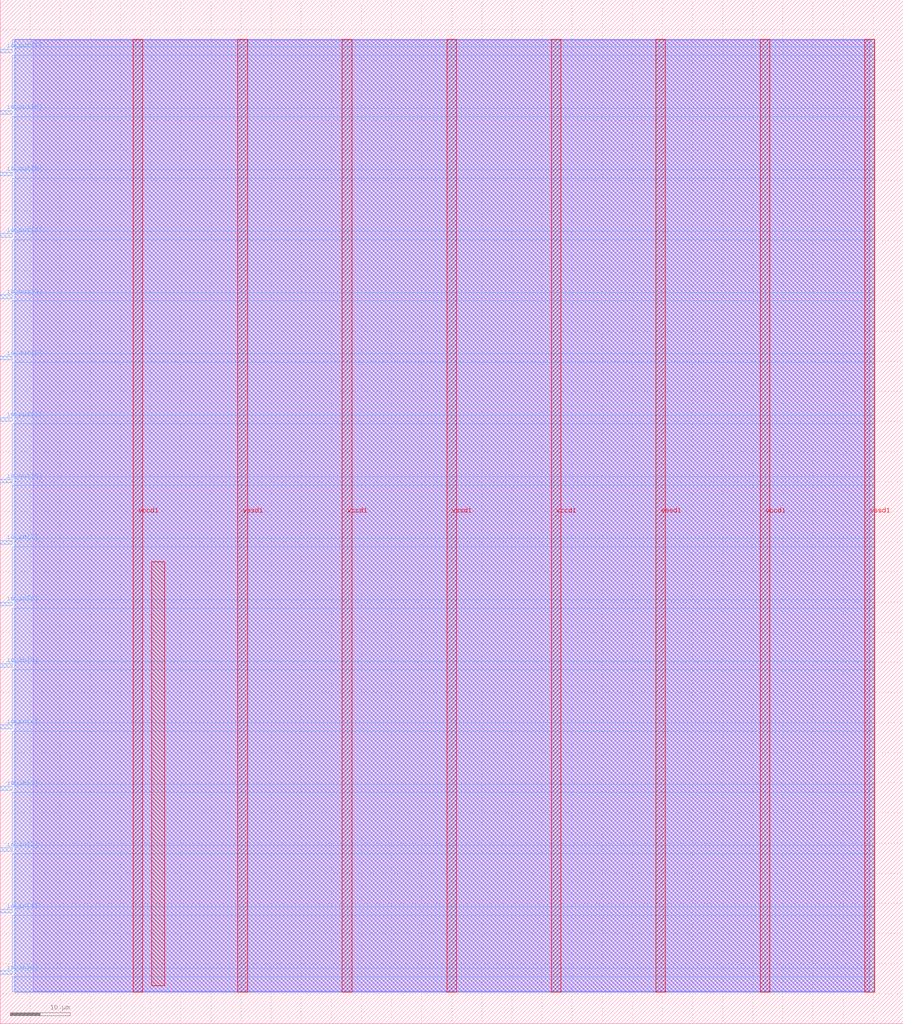
<source format=lef>
VERSION 5.7 ;
  NOWIREEXTENSIONATPIN ON ;
  DIVIDERCHAR "/" ;
  BUSBITCHARS "[]" ;
MACRO user_module_skylersaleh
  CLASS BLOCK ;
  FOREIGN user_module_skylersaleh ;
  ORIGIN 0.000 0.000 ;
  SIZE 150.000 BY 170.000 ;
  PIN io_in[0]
    DIRECTION INPUT ;
    USE SIGNAL ;
    PORT
      LAYER met3 ;
        RECT 0.000 8.200 2.000 8.800 ;
    END
  END io_in[0]
  PIN io_in[1]
    DIRECTION INPUT ;
    USE SIGNAL ;
    PORT
      LAYER met3 ;
        RECT 0.000 18.400 2.000 19.000 ;
    END
  END io_in[1]
  PIN io_in[2]
    DIRECTION INPUT ;
    USE SIGNAL ;
    PORT
      LAYER met3 ;
        RECT 0.000 28.600 2.000 29.200 ;
    END
  END io_in[2]
  PIN io_in[3]
    DIRECTION INPUT ;
    USE SIGNAL ;
    PORT
      LAYER met3 ;
        RECT 0.000 38.800 2.000 39.400 ;
    END
  END io_in[3]
  PIN io_in[4]
    DIRECTION INPUT ;
    USE SIGNAL ;
    PORT
      LAYER met3 ;
        RECT 0.000 49.000 2.000 49.600 ;
    END
  END io_in[4]
  PIN io_in[5]
    DIRECTION INPUT ;
    USE SIGNAL ;
    PORT
      LAYER met3 ;
        RECT 0.000 59.200 2.000 59.800 ;
    END
  END io_in[5]
  PIN io_in[6]
    DIRECTION INPUT ;
    USE SIGNAL ;
    PORT
      LAYER met3 ;
        RECT 0.000 69.400 2.000 70.000 ;
    END
  END io_in[6]
  PIN io_in[7]
    DIRECTION INPUT ;
    USE SIGNAL ;
    PORT
      LAYER met3 ;
        RECT 0.000 79.600 2.000 80.200 ;
    END
  END io_in[7]
  PIN io_out[0]
    DIRECTION OUTPUT TRISTATE ;
    USE SIGNAL ;
    PORT
      LAYER met3 ;
        RECT 0.000 89.800 2.000 90.400 ;
    END
  END io_out[0]
  PIN io_out[1]
    DIRECTION OUTPUT TRISTATE ;
    USE SIGNAL ;
    PORT
      LAYER met3 ;
        RECT 0.000 100.000 2.000 100.600 ;
    END
  END io_out[1]
  PIN io_out[2]
    DIRECTION OUTPUT TRISTATE ;
    USE SIGNAL ;
    PORT
      LAYER met3 ;
        RECT 0.000 110.200 2.000 110.800 ;
    END
  END io_out[2]
  PIN io_out[3]
    DIRECTION OUTPUT TRISTATE ;
    USE SIGNAL ;
    PORT
      LAYER met3 ;
        RECT 0.000 120.400 2.000 121.000 ;
    END
  END io_out[3]
  PIN io_out[4]
    DIRECTION OUTPUT TRISTATE ;
    USE SIGNAL ;
    PORT
      LAYER met3 ;
        RECT 0.000 130.600 2.000 131.200 ;
    END
  END io_out[4]
  PIN io_out[5]
    DIRECTION OUTPUT TRISTATE ;
    USE SIGNAL ;
    PORT
      LAYER met3 ;
        RECT 0.000 140.800 2.000 141.400 ;
    END
  END io_out[5]
  PIN io_out[6]
    DIRECTION OUTPUT TRISTATE ;
    USE SIGNAL ;
    PORT
      LAYER met3 ;
        RECT 0.000 151.000 2.000 151.600 ;
    END
  END io_out[6]
  PIN io_out[7]
    DIRECTION OUTPUT TRISTATE ;
    USE SIGNAL ;
    PORT
      LAYER met3 ;
        RECT 0.000 161.200 2.000 161.800 ;
    END
  END io_out[7]
  PIN vccd1
    DIRECTION INOUT ;
    USE POWER ;
    PORT
      LAYER met4 ;
        RECT 22.085 5.200 23.685 163.440 ;
    END
    PORT
      LAYER met4 ;
        RECT 56.815 5.200 58.415 163.440 ;
    END
    PORT
      LAYER met4 ;
        RECT 91.545 5.200 93.145 163.440 ;
    END
    PORT
      LAYER met4 ;
        RECT 126.275 5.200 127.875 163.440 ;
    END
  END vccd1
  PIN vssd1
    DIRECTION INOUT ;
    USE GROUND ;
    PORT
      LAYER met4 ;
        RECT 39.450 5.200 41.050 163.440 ;
    END
    PORT
      LAYER met4 ;
        RECT 74.180 5.200 75.780 163.440 ;
    END
    PORT
      LAYER met4 ;
        RECT 108.910 5.200 110.510 163.440 ;
    END
    PORT
      LAYER met4 ;
        RECT 143.640 5.200 145.240 163.440 ;
    END
  END vssd1
  OBS
      LAYER li1 ;
        RECT 5.520 5.355 144.440 163.285 ;
      LAYER met1 ;
        RECT 2.370 5.200 145.240 163.440 ;
      LAYER met2 ;
        RECT 2.390 5.255 145.210 163.385 ;
      LAYER met3 ;
        RECT 2.000 162.200 145.230 163.365 ;
        RECT 2.400 160.800 145.230 162.200 ;
        RECT 2.000 152.000 145.230 160.800 ;
        RECT 2.400 150.600 145.230 152.000 ;
        RECT 2.000 141.800 145.230 150.600 ;
        RECT 2.400 140.400 145.230 141.800 ;
        RECT 2.000 131.600 145.230 140.400 ;
        RECT 2.400 130.200 145.230 131.600 ;
        RECT 2.000 121.400 145.230 130.200 ;
        RECT 2.400 120.000 145.230 121.400 ;
        RECT 2.000 111.200 145.230 120.000 ;
        RECT 2.400 109.800 145.230 111.200 ;
        RECT 2.000 101.000 145.230 109.800 ;
        RECT 2.400 99.600 145.230 101.000 ;
        RECT 2.000 90.800 145.230 99.600 ;
        RECT 2.400 89.400 145.230 90.800 ;
        RECT 2.000 80.600 145.230 89.400 ;
        RECT 2.400 79.200 145.230 80.600 ;
        RECT 2.000 70.400 145.230 79.200 ;
        RECT 2.400 69.000 145.230 70.400 ;
        RECT 2.000 60.200 145.230 69.000 ;
        RECT 2.400 58.800 145.230 60.200 ;
        RECT 2.000 50.000 145.230 58.800 ;
        RECT 2.400 48.600 145.230 50.000 ;
        RECT 2.000 39.800 145.230 48.600 ;
        RECT 2.400 38.400 145.230 39.800 ;
        RECT 2.000 29.600 145.230 38.400 ;
        RECT 2.400 28.200 145.230 29.600 ;
        RECT 2.000 19.400 145.230 28.200 ;
        RECT 2.400 18.000 145.230 19.400 ;
        RECT 2.000 9.200 145.230 18.000 ;
        RECT 2.400 7.800 145.230 9.200 ;
        RECT 2.000 5.275 145.230 7.800 ;
      LAYER met4 ;
        RECT 25.135 6.295 27.305 76.665 ;
  END
END user_module_skylersaleh
END LIBRARY


</source>
